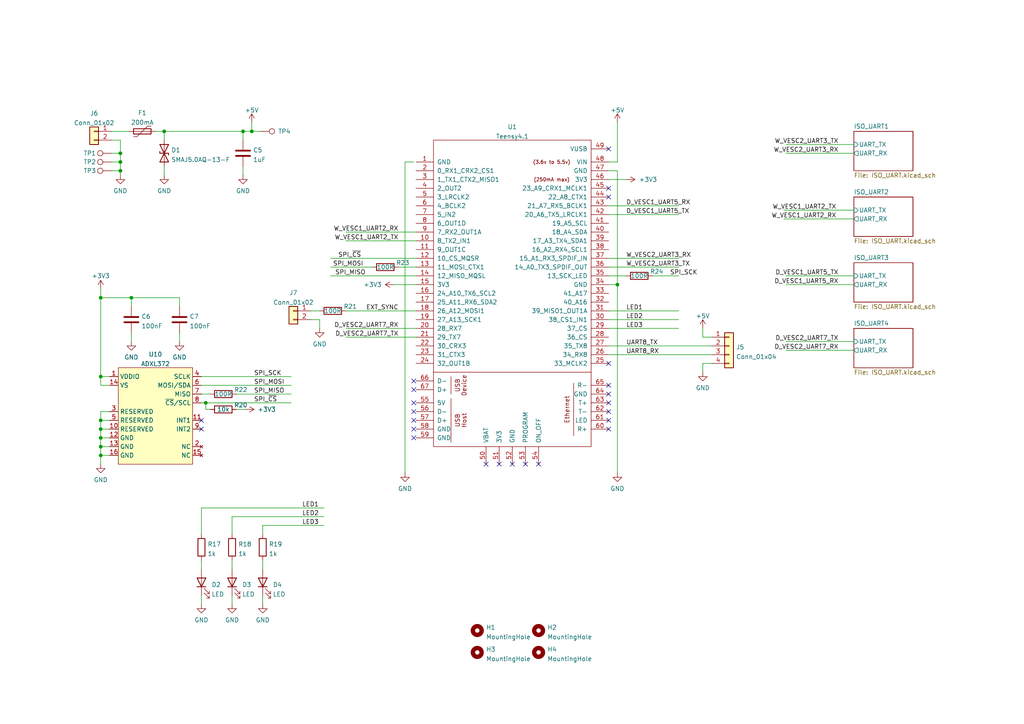
<source format=kicad_sch>
(kicad_sch (version 20211123) (generator eeschema)
  (paper "A4")
  (lib_symbols
    (symbol "Connector:TestPoint" (pin_numbers hide) (pin_names (offset 0.762) hide)
      (property "Reference" "TP" (at 0 6.858 0))
      (property "Value" "TestPoint" (at 0 5.08 0))
      (symbol "TestPoint_0_1"
        (circle (center 0 3.302) (radius 0.762))
      )
      (symbol "TestPoint_1_1"
        (pin passive line (at 0 0 90) (length 2.54) (name "1") (number "1"))
      )
    )
    (symbol "Connector_Generic:Conn_01x02" (pin_names (offset 1.016) hide)
      (property "Reference" "J" (at 0 2.54 0))
      (property "Value" "Conn_01x02" (at 0 -5.08 0))
      (symbol "Conn_01x02_1_1"
        (rectangle (start -1.27 -2.413) (end 0 -2.667) (stroke (width 0.1524)))
        (rectangle (start -1.27 0.127) (end 0 -0.127) (stroke (width 0.1524)))
        (rectangle (start -1.27 1.27) (end 1.27 -3.81) (stroke (width 0.254)) (fill (type background)))
        (pin passive line (at -5.08 0 0) (length 3.81) (name "Pin_1") (number "1"))
        (pin passive line (at -5.08 -2.54 0) (length 3.81) (name "Pin_2") (number "2"))
      )
    )
    (symbol "Connector_Generic:Conn_01x04" (pin_names (offset 1.016) hide)
      (property "Reference" "J" (at 0 5.08 0))
      (property "Value" "Conn_01x04" (at 0 -7.62 0))
      (symbol "Conn_01x04_1_1"
        (rectangle (start -1.27 -4.953) (end 0 -5.207) (stroke (width 0.1524)))
        (rectangle (start -1.27 -2.413) (end 0 -2.667) (stroke (width 0.1524)))
        (rectangle (start -1.27 0.127) (end 0 -0.127) (stroke (width 0.1524)))
        (rectangle (start -1.27 2.667) (end 0 2.413) (stroke (width 0.1524)))
        (rectangle (start -1.27 3.81) (end 1.27 -6.35) (stroke (width 0.254)) (fill (type background)))
        (pin passive line (at -5.08 2.54 0) (length 3.81) (name "Pin_1") (number "1"))
        (pin passive line (at -5.08 0 0) (length 3.81) (name "Pin_2") (number "2"))
        (pin passive line (at -5.08 -2.54 0) (length 3.81) (name "Pin_3") (number "3"))
        (pin passive line (at -5.08 -5.08 0) (length 3.81) (name "Pin_4") (number "4"))
      )
    )
    (symbol "Device:C" (pin_numbers hide) (pin_names (offset 0.254))
      (property "Reference" "C" (at 0.635 2.54 0))
      (property "Value" "C" (at 0.635 -2.54 0))
      (symbol "C_0_1"
        (polyline (pts (xy -2.032 -0.762) (xy 2.032 -0.762)) (stroke (width 0.508)))
        (polyline (pts (xy -2.032 0.762) (xy 2.032 0.762)) (stroke (width 0.508)))
      )
      (symbol "C_1_1"
        (pin passive line (at 0 3.81 270) (length 2.794) (name "~") (number "1"))
        (pin passive line (at 0 -3.81 90) (length 2.794) (name "~") (number "2"))
      )
    )
    (symbol "Device:D_TVS" (pin_numbers hide) (pin_names (offset 1.016) hide)
      (property "Reference" "D" (at 0 2.54 0))
      (property "Value" "D_TVS" (at 0 -2.54 0))
      (symbol "D_TVS_0_1"
        (polyline (pts (xy 1.27 0) (xy -1.27 0)))
        (polyline (pts (xy 0.508 1.27) (xy 0 1.27) (xy 0 -1.27) (xy -0.508 -1.27)) (stroke (width 0.254)))
        (polyline (pts (xy -2.54 1.27) (xy -2.54 -1.27) (xy 2.54 1.27) (xy 2.54 -1.27) (xy -2.54 1.27)) (stroke (width 0.254)))
      )
      (symbol "D_TVS_1_1"
        (pin passive line (at -3.81 0 0) (length 2.54) (name "A1") (number "1"))
        (pin passive line (at 3.81 0 180) (length 2.54) (name "A2") (number "2"))
      )
    )
    (symbol "Device:LED" (pin_numbers hide) (pin_names (offset 1.016) hide)
      (property "Reference" "D" (at 0 2.54 0))
      (property "Value" "LED" (at 0 -2.54 0))
      (symbol "LED_0_1"
        (polyline (pts (xy -1.27 -1.27) (xy -1.27 1.27)) (stroke (width 0.254)))
        (polyline (pts (xy -1.27 0) (xy 1.27 0)))
        (polyline (pts (xy 1.27 -1.27) (xy 1.27 1.27) (xy -1.27 0) (xy 1.27 -1.27)) (stroke (width 0.254)))
        (polyline (pts (xy -3.048 -0.762) (xy -4.572 -2.286) (xy -3.81 -2.286) (xy -4.572 -2.286) (xy -4.572 -1.524)))
        (polyline (pts (xy -1.778 -0.762) (xy -3.302 -2.286) (xy -2.54 -2.286) (xy -3.302 -2.286) (xy -3.302 -1.524)))
      )
      (symbol "LED_1_1"
        (pin passive line (at -3.81 0 0) (length 2.54) (name "K") (number "1"))
        (pin passive line (at 3.81 0 180) (length 2.54) (name "A") (number "2"))
      )
    )
    (symbol "Device:Polyfuse" (pin_numbers hide) (pin_names (offset 0))
      (property "Reference" "F" (at -2.54 0 90))
      (property "Value" "Polyfuse" (at 2.54 0 90))
      (symbol "Polyfuse_0_1"
        (rectangle (start -0.762 2.54) (end 0.762 -2.54) (stroke (width 0.254)))
        (polyline (pts (xy 0 2.54) (xy 0 -2.54)))
        (polyline (pts (xy -1.524 2.54) (xy -1.524 1.524) (xy 1.524 -1.524) (xy 1.524 -2.54)))
      )
      (symbol "Polyfuse_1_1"
        (pin passive line (at 0 3.81 270) (length 1.27) (name "~") (number "1"))
        (pin passive line (at 0 -3.81 90) (length 1.27) (name "~") (number "2"))
      )
    )
    (symbol "Device:R" (pin_numbers hide) (pin_names (offset 0))
      (property "Reference" "R" (at 2.032 0 90))
      (property "Value" "R" (at 0 0 90))
      (symbol "R_0_1"
        (rectangle (start -1.016 -2.54) (end 1.016 2.54) (stroke (width 0.254)))
      )
      (symbol "R_1_1"
        (pin passive line (at 0 3.81 270) (length 1.27) (name "~") (number "1"))
        (pin passive line (at 0 -3.81 90) (length 1.27) (name "~") (number "2"))
      )
    )
    (symbol "Mechanical:MountingHole" (pin_names (offset 1.016))
      (property "Reference" "H" (at 0 5.08 0))
      (property "Value" "MountingHole" (at 0 3.175 0))
      (symbol "MountingHole_0_1"
        (circle (center 0 0) (radius 1.27) (stroke (width 1.27)))
      )
    )
    (symbol "Pinski1_Parts:ADXL372"
      (property "Reference" "U" (at 0 1.27 0))
      (property "Value" "ADXL372" (at 21.59 1.27 0))
      (symbol "ADXL372_0_0"
        (pin power_in line (at 24.13 -2.54 180) (length 2.54) (name "VDDIO") (number "1"))
        (pin unspecified line (at 24.13 -17.78 180) (length 2.54) (name "RESERVED") (number "10"))
        (pin bidirectional line (at -2.54 -15.24 0) (length 2.54) (name "INT1") (number "11"))
        (pin power_in line (at 24.13 -20.32 180) (length 2.54) (name "GND") (number "12"))
        (pin power_in line (at 24.13 -22.86 180) (length 2.54) (name "GND") (number "13"))
        (pin power_in line (at 24.13 -5.08 180) (length 2.54) (name "VS") (number "14"))
        (pin no_connect line (at -2.54 -25.4 0) (length 2.54) (name "NC") (number "15"))
        (pin power_in line (at 24.13 -25.4 180) (length 2.54) (name "GND") (number "16"))
        (pin no_connect line (at -2.54 -22.86 0) (length 2.54) (name "NC") (number "2"))
        (pin unspecified line (at 24.13 -12.7 180) (length 2.54) (name "RESERVED") (number "3"))
        (pin input line (at -2.54 -2.54 0) (length 2.54) (name "SCLK") (number "4"))
        (pin unspecified line (at 24.13 -15.24 180) (length 2.54) (name "RESERVED") (number "5"))
        (pin bidirectional line (at -2.54 -5.08 0) (length 2.54) (name "MOSI/SDA") (number "6"))
        (pin output line (at -2.54 -7.62 0) (length 2.54) (name "MISO") (number "7"))
        (pin bidirectional line (at -2.54 -10.16 0) (length 2.54) (name "~{CS}/SCL") (number "8"))
        (pin bidirectional line (at -2.54 -17.78 0) (length 2.54) (name "INT2") (number "9"))
      )
      (symbol "ADXL372_0_1"
        (rectangle (start 0 -27.94) (end 21.59 0) (stroke (width 0.1524)) (fill (type background)))
      )
    )
    (symbol "power:+3.3V" (power) (pin_names (offset 0))
      (property "Value" "+3.3V" (at 0 3.556 0))
      (symbol "+3.3V_0_1"
        (polyline (pts (xy -0.762 1.27) (xy 0 2.54)))
        (polyline (pts (xy 0 0) (xy 0 2.54)))
        (polyline (pts (xy 0 2.54) (xy 0.762 1.27)))
      )
      (symbol "+3.3V_1_1"
        (pin power_in line (at 0 0 90) (length 0) hide (name "+3V3") (number "1"))
      )
    )
    (symbol "power:+5V" (power) (pin_names (offset 0))
      (property "Value" "+5V" (at 0 3.556 0))
      (symbol "+5V_0_1"
        (polyline (pts (xy -0.762 1.27) (xy 0 2.54)))
        (polyline (pts (xy 0 0) (xy 0 2.54)))
        (polyline (pts (xy 0 2.54) (xy 0.762 1.27)))
      )
      (symbol "+5V_1_1"
        (pin power_in line (at 0 0 90) (length 0) hide (name "+5V") (number "1"))
      )
    )
    (symbol "power:GND" (power) (pin_names (offset 0))
      (property "Value" "GND" (at 0 -3.81 0))
      (symbol "GND_0_1"
        (polyline (pts (xy 0 0) (xy 0 -1.27) (xy 1.27 -1.27) (xy 0 -2.54) (xy -1.27 -1.27) (xy 0 -1.27)))
      )
      (symbol "GND_1_1"
        (pin power_in line (at 0 0 270) (length 0) hide (name "GND") (number "1"))
      )
    )
    (symbol "teensy:Teensy4.1" (pin_names (offset 1.016))
      (property "Reference" "U" (at 0 64.77 0))
      (property "Value" "Teensy4.1" (at 0 62.23 0))
      (symbol "Teensy4.1_0_0"
        (polyline (pts (xy -22.86 -6.35) (xy 22.86 -6.35)))
        (polyline (pts (xy -17.78 -26.67) (xy -17.78 -13.97)))
        (polyline (pts (xy -17.78 -7.62) (xy -17.78 -12.7)))
        (polyline (pts (xy 17.78 -9.525) (xy 17.78 -24.765)))
        (text "(250mA max)" (at 11.43 49.53 0) (effects (font (size 1.016 1.016))))
        (text "(3.6v to 5.5v)" (at 11.43 54.61 0) (effects (font (size 1.016 1.016))))
        (text "Device" (at -13.97 -10.16 900) (effects (font (size 1.27 1.27))))
        (text "Ethernet" (at 15.875 -17.145 900) (effects (font (size 1.27 1.27))))
        (text "Host" (at -13.97 -20.32 900) (effects (font (size 1.27 1.27))))
        (text "USB" (at -15.875 -20.32 900) (effects (font (size 1.27 1.27))))
        (text "USB" (at -15.875 -10.16 900) (effects (font (size 1.27 1.27))))
        (pin bidirectional line (at -27.94 31.75 0) (length 5.08) (name "8_TX2_IN1") (number "10"))
        (pin bidirectional line (at -27.94 29.21 0) (length 5.08) (name "9_OUT1C") (number "11"))
        (pin bidirectional line (at -27.94 26.67 0) (length 5.08) (name "10_CS_MQSR") (number "12"))
        (pin bidirectional line (at -27.94 24.13 0) (length 5.08) (name "11_MOSI_CTX1") (number "13"))
        (pin bidirectional line (at -27.94 21.59 0) (length 5.08) (name "12_MISO_MQSL") (number "14"))
        (pin power_in line (at -27.94 19.05 0) (length 5.08) (name "3V3") (number "15"))
        (pin bidirectional line (at -27.94 16.51 0) (length 5.08) (name "24_A10_TX6_SCL2") (number "16"))
        (pin bidirectional line (at -27.94 13.97 0) (length 5.08) (name "25_A11_RX6_SDA2") (number "17"))
        (pin bidirectional line (at -27.94 11.43 0) (length 5.08) (name "26_A12_MOSI1") (number "18"))
        (pin bidirectional line (at -27.94 8.89 0) (length 5.08) (name "27_A13_SCK1") (number "19"))
        (pin bidirectional line (at -27.94 6.35 0) (length 5.08) (name "28_RX7") (number "20"))
        (pin bidirectional line (at -27.94 3.81 0) (length 5.08) (name "29_TX7") (number "21"))
        (pin bidirectional line (at -27.94 1.27 0) (length 5.08) (name "30_CRX3") (number "22"))
        (pin bidirectional line (at -27.94 -1.27 0) (length 5.08) (name "31_CTX3") (number "23"))
        (pin bidirectional line (at -27.94 -3.81 0) (length 5.08) (name "32_OUT1B") (number "24"))
        (pin bidirectional line (at 27.94 -3.81 180) (length 5.08) (name "33_MCLK2") (number "25"))
        (pin bidirectional line (at 27.94 -1.27 180) (length 5.08) (name "34_RX8") (number "26"))
        (pin bidirectional line (at 27.94 1.27 180) (length 5.08) (name "35_TX8") (number "27"))
        (pin bidirectional line (at 27.94 3.81 180) (length 5.08) (name "36_CS") (number "28"))
        (pin bidirectional line (at 27.94 6.35 180) (length 5.08) (name "37_CS") (number "29"))
        (pin bidirectional line (at 27.94 8.89 180) (length 5.08) (name "38_CS1_IN1") (number "30"))
        (pin bidirectional line (at 27.94 11.43 180) (length 5.08) (name "39_MISO1_OUT1A") (number "31"))
        (pin bidirectional line (at 27.94 13.97 180) (length 5.08) (name "40_A16") (number "32"))
        (pin bidirectional line (at 27.94 16.51 180) (length 5.08) (name "41_A17") (number "33"))
        (pin bidirectional line (at 27.94 21.59 180) (length 5.08) (name "13_SCK_LED") (number "35"))
        (pin bidirectional line (at 27.94 24.13 180) (length 5.08) (name "14_A0_TX3_SPDIF_OUT") (number "36"))
        (pin bidirectional line (at 27.94 26.67 180) (length 5.08) (name "15_A1_RX3_SPDIF_IN") (number "37"))
        (pin bidirectional line (at 27.94 29.21 180) (length 5.08) (name "16_A2_RX4_SCL1") (number "38"))
        (pin bidirectional line (at 27.94 31.75 180) (length 5.08) (name "17_A3_TX4_SDA1") (number "39"))
        (pin bidirectional line (at 27.94 34.29 180) (length 5.08) (name "18_A4_SDA") (number "40"))
        (pin bidirectional line (at 27.94 36.83 180) (length 5.08) (name "19_A5_SCL") (number "41"))
        (pin bidirectional line (at 27.94 39.37 180) (length 5.08) (name "20_A6_TX5_LRCLK1") (number "42"))
        (pin bidirectional line (at 27.94 41.91 180) (length 5.08) (name "21_A7_RX5_BCLK1") (number "43"))
        (pin bidirectional line (at 27.94 44.45 180) (length 5.08) (name "22_A8_CTX1") (number "44"))
        (pin bidirectional line (at 27.94 46.99 180) (length 5.08) (name "23_A9_CRX1_MCLK1") (number "45"))
        (pin output line (at 27.94 49.53 180) (length 5.08) (name "3V3") (number "46"))
        (pin output line (at 27.94 52.07 180) (length 5.08) (name "GND") (number "47"))
        (pin power_in line (at 27.94 54.61 180) (length 5.08) (name "VIN") (number "48"))
        (pin power_out line (at 27.94 58.42 180) (length 5.08) (name "VUSB") (number "49"))
        (pin bidirectional line (at -27.94 44.45 0) (length 5.08) (name "3_LRCLK2") (number "5"))
        (pin power_in line (at -7.62 -33.02 90) (length 5.08) (name "VBAT") (number "50"))
        (pin power_in line (at -3.81 -33.02 90) (length 5.08) (name "3V3") (number "51"))
        (pin input line (at 0 -33.02 90) (length 5.08) (name "GND") (number "52"))
        (pin input line (at 3.81 -33.02 90) (length 5.08) (name "PROGRAM") (number "53"))
        (pin input line (at 7.62 -33.02 90) (length 5.08) (name "ON_OFF") (number "54"))
        (pin power_out line (at -27.94 -15.24 0) (length 5.08) (name "5V") (number "55"))
        (pin bidirectional line (at -27.94 -17.78 0) (length 5.08) (name "D-") (number "56"))
        (pin bidirectional line (at -27.94 -20.32 0) (length 5.08) (name "D+") (number "57"))
        (pin power_in line (at -27.94 -22.86 0) (length 5.08) (name "GND") (number "58"))
        (pin power_in line (at -27.94 -25.4 0) (length 5.08) (name "GND") (number "59"))
        (pin bidirectional line (at -27.94 41.91 0) (length 5.08) (name "4_BCLK2") (number "6"))
        (pin bidirectional line (at 27.94 -22.86 180) (length 5.08) (name "R+") (number "60"))
        (pin bidirectional line (at 27.94 -20.32 180) (length 5.08) (name "LED") (number "61"))
        (pin bidirectional line (at 27.94 -17.78 180) (length 5.08) (name "T-") (number "62"))
        (pin bidirectional line (at 27.94 -15.24 180) (length 5.08) (name "T+") (number "63"))
        (pin power_in line (at 27.94 -12.7 180) (length 5.08) (name "GND") (number "64"))
        (pin bidirectional line (at 27.94 -10.16 180) (length 5.08) (name "R-") (number "65"))
        (pin bidirectional line (at -27.94 -8.89 0) (length 5.08) (name "D-") (number "66"))
        (pin bidirectional line (at -27.94 -11.43 0) (length 5.08) (name "D+") (number "67"))
        (pin bidirectional line (at -27.94 39.37 0) (length 5.08) (name "5_IN2") (number "7"))
        (pin bidirectional line (at -27.94 36.83 0) (length 5.08) (name "6_OUT1D") (number "8"))
        (pin bidirectional line (at -27.94 34.29 0) (length 5.08) (name "7_RX2_OUT1A") (number "9"))
      )
      (symbol "Teensy4.1_0_1"
        (rectangle (start -22.86 60.96) (end 22.86 -27.94))
        (rectangle (start -20.32 -1.27) (end -20.32 -1.27))
      )
      (symbol "Teensy4.1_1_1"
        (pin power_in line (at -27.94 54.61 0) (length 5.08) (name "GND") (number "1"))
        (pin bidirectional line (at -27.94 52.07 0) (length 5.08) (name "0_RX1_CRX2_CS1") (number "2"))
        (pin bidirectional line (at -27.94 49.53 0) (length 5.08) (name "1_TX1_CTX2_MISO1") (number "3"))
        (pin power_in line (at 27.94 19.05 180) (length 5.08) (name "GND") (number "34"))
        (pin bidirectional line (at -27.94 46.99 0) (length 5.08) (name "2_OUT2") (number "4"))
      )
    )
  )
  (junction (at 38.1 86.36))
  (junction (at 29.21 132.08))
  (junction (at 29.21 109.22))
  (junction (at 34.925 44.45))
  (junction (at 179.07 82.55))
  (junction (at 47.625 38.1))
  (junction (at 29.21 86.36))
  (junction (at 29.21 127))
  (junction (at 29.21 121.92))
  (junction (at 29.21 124.46))
  (junction (at 34.925 49.53))
  (junction (at 34.925 46.99))
  (junction (at 70.485 38.1))
  (junction (at 73.025 38.1))
  (junction (at 29.21 129.54))
  (junction (at 59.69 116.84))
  (no_connect (at 176.53 119.38))
  (no_connect (at 176.53 124.46))
  (no_connect (at 176.53 121.92))
  (no_connect (at 140.97 134.62))
  (no_connect (at 156.21 134.62))
  (no_connect (at 152.4 134.62))
  (no_connect (at 148.59 134.62))
  (no_connect (at 144.78 134.62))
  (no_connect (at 120.015 127))
  (no_connect (at 120.015 124.46))
  (no_connect (at 120.015 121.92))
  (no_connect (at 120.015 119.38))
  (no_connect (at 120.015 116.84))
  (no_connect (at 120.015 113.03))
  (no_connect (at 120.015 110.49))
  (no_connect (at 176.53 111.76))
  (no_connect (at 176.53 114.3))
  (no_connect (at 176.53 116.84))
  (no_connect (at 176.53 43.18))
  (no_connect (at 58.42 124.46))
  (no_connect (at 176.53 105.41))
  (no_connect (at 176.53 54.61))
  (no_connect (at 58.42 121.92))
  (no_connect (at 176.53 57.15))
  (wire (pts (xy 34.925 44.45) (xy 34.925 46.99)))
  (wire (pts (xy 247.65 63.5) (xy 227.33 63.5)))
  (wire (pts (xy 38.1 96.52) (xy 38.1 99.06)))
  (wire (pts (xy 227.965 41.91) (xy 247.65 41.91)))
  (wire (pts (xy 206.375 105.41) (xy 203.835 105.41)))
  (wire (pts (xy 176.53 49.53) (xy 179.07 49.53)))
  (wire (pts (xy 29.21 86.36) (xy 38.1 86.36)))
  (wire (pts (xy 29.21 119.38) (xy 29.21 121.92)))
  (wire (pts (xy 68.58 114.3) (xy 84.455 114.3)))
  (wire (pts (xy 59.69 118.745) (xy 59.69 116.84)))
  (wire (pts (xy 73.025 35.56) (xy 73.025 38.1)))
  (wire (pts (xy 76.2 154.94) (xy 76.2 152.4)))
  (wire (pts (xy 60.96 118.745) (xy 59.69 118.745)))
  (wire (pts (xy 76.2 172.72) (xy 76.2 175.26)))
  (wire (pts (xy 100.33 90.17) (xy 120.65 90.17)))
  (wire (pts (xy 59.69 116.84) (xy 84.455 116.84)))
  (wire (pts (xy 176.53 62.23) (xy 196.85 62.23)))
  (wire (pts (xy 117.475 46.99) (xy 117.475 137.16)))
  (wire (pts (xy 70.485 38.1) (xy 70.485 40.64)))
  (wire (pts (xy 247.65 60.96) (xy 227.33 60.96)))
  (wire (pts (xy 29.21 127) (xy 31.75 127)))
  (wire (pts (xy 189.23 80.01) (xy 196.85 80.01)))
  (wire (pts (xy 120.65 97.79) (xy 100.33 97.79)))
  (wire (pts (xy 31.75 121.92) (xy 29.21 121.92)))
  (wire (pts (xy 58.42 162.56) (xy 58.42 165.1)))
  (wire (pts (xy 31.75 132.08) (xy 29.21 132.08)))
  (wire (pts (xy 29.21 129.54) (xy 29.21 132.08)))
  (wire (pts (xy 31.75 124.46) (xy 29.21 124.46)))
  (wire (pts (xy 203.835 95.25) (xy 203.835 97.79)))
  (wire (pts (xy 120.65 67.31) (xy 100.33 67.31)))
  (wire (pts (xy 32.385 44.45) (xy 34.925 44.45)))
  (wire (pts (xy 203.835 105.41) (xy 203.835 107.95)))
  (wire (pts (xy 38.1 86.36) (xy 38.1 88.9)))
  (wire (pts (xy 32.385 40.64) (xy 34.925 40.64)))
  (wire (pts (xy 67.31 172.72) (xy 67.31 175.26)))
  (wire (pts (xy 176.53 46.99) (xy 179.07 46.99)))
  (wire (pts (xy 95.885 77.47) (xy 107.95 77.47)))
  (wire (pts (xy 45.085 38.1) (xy 47.625 38.1)))
  (wire (pts (xy 120.65 95.25) (xy 100.33 95.25)))
  (wire (pts (xy 47.625 38.1) (xy 47.625 40.64)))
  (wire (pts (xy 76.2 152.4) (xy 93.98 152.4)))
  (wire (pts (xy 31.75 119.38) (xy 29.21 119.38)))
  (wire (pts (xy 90.17 92.71) (xy 92.71 92.71)))
  (wire (pts (xy 179.07 82.55) (xy 179.07 137.16)))
  (wire (pts (xy 29.21 86.36) (xy 29.21 109.22)))
  (wire (pts (xy 92.71 92.71) (xy 92.71 95.25)))
  (wire (pts (xy 29.21 121.92) (xy 29.21 124.46)))
  (wire (pts (xy 58.42 111.76) (xy 84.455 111.76)))
  (wire (pts (xy 179.07 35.56) (xy 179.07 46.99)))
  (wire (pts (xy 32.385 46.99) (xy 34.925 46.99)))
  (wire (pts (xy 90.17 90.17) (xy 92.71 90.17)))
  (wire (pts (xy 114.3 82.55) (xy 120.65 82.55)))
  (wire (pts (xy 58.42 172.72) (xy 58.42 175.26)))
  (wire (pts (xy 29.21 127) (xy 29.21 129.54)))
  (wire (pts (xy 31.75 109.22) (xy 29.21 109.22)))
  (wire (pts (xy 29.21 109.22) (xy 29.21 111.76)))
  (wire (pts (xy 70.485 38.1) (xy 73.025 38.1)))
  (wire (pts (xy 71.12 118.745) (xy 68.58 118.745)))
  (wire (pts (xy 34.925 49.53) (xy 34.925 50.8)))
  (wire (pts (xy 176.53 100.33) (xy 206.375 100.33)))
  (wire (pts (xy 32.385 38.1) (xy 37.465 38.1)))
  (wire (pts (xy 95.885 74.93) (xy 120.65 74.93)))
  (wire (pts (xy 76.2 162.56) (xy 76.2 165.1)))
  (wire (pts (xy 93.98 149.86) (xy 67.31 149.86)))
  (wire (pts (xy 58.42 116.84) (xy 59.69 116.84)))
  (wire (pts (xy 52.07 88.9) (xy 52.07 86.36)))
  (wire (pts (xy 176.53 59.69) (xy 196.85 59.69)))
  (wire (pts (xy 115.57 77.47) (xy 120.65 77.47)))
  (wire (pts (xy 34.925 40.64) (xy 34.925 44.45)))
  (wire (pts (xy 247.65 80.01) (xy 227.965 80.01)))
  (wire (pts (xy 31.75 111.76) (xy 29.21 111.76)))
  (wire (pts (xy 32.385 49.53) (xy 34.925 49.53)))
  (wire (pts (xy 176.53 90.17) (xy 196.85 90.17)))
  (wire (pts (xy 67.31 149.86) (xy 67.31 154.94)))
  (wire (pts (xy 52.07 96.52) (xy 52.07 99.06)))
  (wire (pts (xy 38.1 86.36) (xy 52.07 86.36)))
  (wire (pts (xy 176.53 102.87) (xy 206.375 102.87)))
  (wire (pts (xy 247.65 82.55) (xy 227.965 82.55)))
  (wire (pts (xy 47.625 38.1) (xy 70.485 38.1)))
  (wire (pts (xy 67.31 162.56) (xy 67.31 165.1)))
  (wire (pts (xy 120.65 69.85) (xy 100.33 69.85)))
  (wire (pts (xy 58.42 109.22) (xy 84.455 109.22)))
  (wire (pts (xy 176.53 77.47) (xy 196.85 77.47)))
  (wire (pts (xy 179.07 49.53) (xy 179.07 82.55)))
  (wire (pts (xy 29.21 132.08) (xy 29.21 134.62)))
  (wire (pts (xy 29.21 124.46) (xy 29.21 127)))
  (wire (pts (xy 47.625 48.26) (xy 47.625 50.8)))
  (wire (pts (xy 176.53 74.93) (xy 196.85 74.93)))
  (wire (pts (xy 29.21 83.82) (xy 29.21 86.36)))
  (wire (pts (xy 95.885 80.01) (xy 120.65 80.01)))
  (wire (pts (xy 176.53 95.25) (xy 196.85 95.25)))
  (wire (pts (xy 93.98 147.32) (xy 58.42 147.32)))
  (wire (pts (xy 176.53 92.71) (xy 196.85 92.71)))
  (wire (pts (xy 70.485 48.26) (xy 70.485 50.8)))
  (wire (pts (xy 58.42 114.3) (xy 60.96 114.3)))
  (wire (pts (xy 31.75 129.54) (xy 29.21 129.54)))
  (wire (pts (xy 120.015 46.99) (xy 117.475 46.99)))
  (wire (pts (xy 34.925 46.99) (xy 34.925 49.53)))
  (wire (pts (xy 176.53 82.55) (xy 179.07 82.55)))
  (wire (pts (xy 206.375 97.79) (xy 203.835 97.79)))
  (wire (pts (xy 247.65 101.6) (xy 227.965 101.6)))
  (wire (pts (xy 73.025 38.1) (xy 75.565 38.1)))
  (wire (pts (xy 176.53 80.01) (xy 181.61 80.01)))
  (wire (pts (xy 227.965 44.45) (xy 247.65 44.45)))
  (wire (pts (xy 176.53 52.07) (xy 181.61 52.07)))
  (wire (pts (xy 58.42 147.32) (xy 58.42 154.94)))
  (wire (pts (xy 247.65 99.06) (xy 227.965 99.06)))
  (label "LED3" (at 181.61 95.25 0))
  (label "SPI_~{CS}" (at 73.66 116.84 0))
  (label "LED1" (at 87.63 147.32 0))
  (label "EXT_SYNC" (at 115.57 90.17 180))
  (label "D_VESC1_UART5_TX" (at 181.61 62.23 0))
  (label "D_VESC2_UART7_TX" (at 243.205 99.06 180))
  (label "SPI_SCK" (at 73.66 109.22 0))
  (label "SPI_SCK" (at 194.31 80.01 0))
  (label "W_VESC2_UART3_RX" (at 243.205 44.45 180))
  (label "SPI_MOSI" (at 105.41 77.47 180))
  (label "UART8_TX" (at 181.61 100.33 0))
  (label "D_VESC2_UART7_RX" (at 115.57 95.25 180))
  (label "LED2" (at 87.63 149.86 0))
  (label "SPI_~{CS}" (at 104.775 74.93 180))
  (label "D_VESC2_UART7_RX" (at 243.205 101.6 180))
  (label "W_VESC2_UART3_TX" (at 181.61 77.47 0))
  (label "W_VESC1_UART2_RX" (at 115.57 67.31 180))
  (label "LED2" (at 181.61 92.71 0))
  (label "LED1" (at 181.61 90.17 0))
  (label "W_VESC1_UART2_RX" (at 242.57 63.5 180))
  (label "D_VESC1_UART5_RX" (at 243.205 82.55 180))
  (label "W_VESC1_UART2_TX" (at 242.57 60.96 180))
  (label "LED3" (at 87.63 152.4 0))
  (label "W_VESC1_UART2_TX" (at 115.57 69.85 180))
  (label "D_VESC1_UART5_TX" (at 243.205 80.01 180))
  (label "UART8_RX" (at 181.61 102.87 0))
  (label "SPI_MISO" (at 73.6519 114.3 0))
  (label "W_VESC2_UART3_RX" (at 181.61 74.93 0))
  (label "SPI_MOSI" (at 73.66 111.76 0))
  (label "W_VESC2_UART3_TX" (at 243.205 41.91 180))
  (label "SPI_MISO" (at 106.045 80.01 180))
  (label "D_VESC2_UART7_TX" (at 115.57 97.79 180))
  (label "D_VESC1_UART5_RX" (at 181.61 59.69 0))
  (symbol (lib_id "Connector:TestPoint") (at 32.385 46.99 90) (mirror x) (unit 1)
    (property "Reference" "TP2" (at 26.035 46.99 90))
    (property "Value" "TestPoint" (effects hide))
    (property "Footprint" "TestPoint:TestPoint_Pad_D1.0mm" (effects hide))
  )
  (symbol (lib_id "Connector:TestPoint") (at 75.565 38.1 270) (unit 1)
    (property "Reference" "TP4" (at 80.645 38.1 90) (effects (justify left)))
    (property "Value" "TestPoint" (effects hide))
    (property "Footprint" "TestPoint:TestPoint_Pad_D1.0mm" (effects hide))
  )
  (symbol (lib_id "power:GND") (at 47.625 50.8 0) (unit 1)
    (property "Reference" "#PWR014" (effects hide))
    (property "Value" "GND" (at 47.625 55.3625 0))
  )
  (symbol (lib_id "Device:C") (at 38.1 92.71 0) (unit 1)
    (property "Reference" "C6" (at 41.021 91.8015 0) (effects (justify left)))
    (property "Value" "100nF" (at 41.021 94.5766 0) (effects (justify left)))
    (property "Footprint" "Capacitor_SMD:C_0603_1608Metric" (effects hide))
  )
  (symbol (lib_id "power:GND") (at 58.42 175.26 0) (unit 1)
    (property "Reference" "#PWR017" (effects hide))
    (property "Value" "GND" (at 58.42 179.8225 0))
  )
  (symbol (lib_id "Device:R") (at 64.77 118.745 90) (unit 1)
    (property "Reference" "R20" (at 69.85 117.475 90))
    (property "Value" "10k" (at 64.77 118.745 90))
    (property "Footprint" "Resistor_SMD:R_0603_1608Metric" (effects hide))
  )
  (symbol (lib_id "Device:R") (at 58.42 158.75 0) (unit 1)
    (property "Reference" "R17" (at 60.198 157.8415 0) (effects (justify left)))
    (property "Value" "1k" (at 60.198 160.6166 0) (effects (justify left)))
    (property "Footprint" "Resistor_SMD:R_0603_1608Metric" (effects hide))
  )
  (symbol (lib_id "power:GND") (at 67.31 175.26 0) (unit 1)
    (property "Reference" "#PWR018" (effects hide))
    (property "Value" "GND" (at 67.31 179.8225 0))
  )
  (symbol (lib_id "power:GND") (at 70.485 50.8 0) (unit 1)
    (property "Reference" "#PWR015" (effects hide))
    (property "Value" "GND" (at 70.485 55.3625 0))
  )
  (symbol (lib_id "Device:LED") (at 58.42 168.91 90) (unit 1)
    (property "Reference" "D2" (at 61.341 169.589 90) (effects (justify right)))
    (property "Value" "LED" (at 61.341 172.3641 90) (effects (justify right)))
    (property "Footprint" "LED_SMD:LED_0603_1608Metric" (effects hide))
  )
  (symbol (lib_id "Device:LED") (at 67.31 168.91 90) (unit 1)
    (property "Reference" "D3" (at 70.231 169.589 90) (effects (justify right)))
    (property "Value" "LED" (at 70.231 172.3641 90) (effects (justify right)))
    (property "Footprint" "LED_SMD:LED_0603_1608Metric" (effects hide))
  )
  (symbol (lib_id "power:GND") (at 117.475 137.16 0) (unit 1)
    (property "Reference" "#PWR0102" (effects hide))
    (property "Value" "GND" (at 117.475 141.7225 0))
  )
  (symbol (lib_id "Device:R") (at 76.2 158.75 0) (unit 1)
    (property "Reference" "R19" (at 77.978 157.8415 0) (effects (justify left)))
    (property "Value" "1k" (at 77.978 160.6166 0) (effects (justify left)))
    (property "Footprint" "Resistor_SMD:R_0603_1608Metric" (effects hide))
  )
  (symbol (lib_id "Device:R") (at 111.76 77.47 90) (unit 1)
    (property "Reference" "R23" (at 116.84 76.2 90))
    (property "Value" "100R" (at 111.76 77.47 90))
    (property "Footprint" "Resistor_SMD:R_0603_1608Metric" (effects hide))
  )
  (symbol (lib_id "Mechanical:MountingHole") (at 156.21 189.23 0) (unit 1)
    (property "Reference" "H4" (at 158.75 188.3215 0) (effects (justify left)))
    (property "Value" "MountingHole" (at 158.75 191.0966 0) (effects (justify left)))
    (property "Footprint" "MountingHole:MountingHole_3.2mm_M3_Pad_Via" (effects hide))
  )
  (symbol (lib_id "power:GND") (at 29.21 134.62 0) (mirror y) (unit 1)
    (property "Reference" "#PWR023" (effects hide))
    (property "Value" "GND" (at 29.21 139.1825 0))
  )
  (symbol (lib_id "power:GND") (at 203.835 107.95 0) (unit 1)
    (property "Reference" "#PWR0106" (effects hide))
    (property "Value" "GND" (at 203.835 112.5125 0))
  )
  (symbol (lib_id "Mechanical:MountingHole") (at 138.43 182.88 0) (unit 1)
    (property "Reference" "H1" (at 140.97 181.9715 0) (effects (justify left)))
    (property "Value" "MountingHole" (at 140.97 184.7466 0) (effects (justify left)))
    (property "Footprint" "MountingHole:MountingHole_3.2mm_M3_Pad_Via" (effects hide))
  )
  (symbol (lib_id "power:GND") (at 92.71 95.25 0) (unit 1)
    (property "Reference" "#PWR021" (effects hide))
    (property "Value" "GND" (at 92.71 99.8125 0))
  )
  (symbol (lib_id "power:+3.3V") (at 181.61 52.07 270) (unit 1)
    (property "Reference" "#PWR0103" (effects hide))
    (property "Value" "+3.3V" (at 187.96 52.07 90))
  )
  (symbol (lib_id "power:GND") (at 52.07 99.06 0) (mirror y) (unit 1)
    (property "Reference" "#PWR025" (effects hide))
    (property "Value" "GND" (at 52.07 103.6225 0))
  )
  (symbol (lib_id "Device:R") (at 67.31 158.75 0) (unit 1)
    (property "Reference" "R18" (at 69.088 157.8415 0) (effects (justify left)))
    (property "Value" "1k" (at 69.088 160.6166 0) (effects (justify left)))
    (property "Footprint" "Resistor_SMD:R_0603_1608Metric" (effects hide))
  )
  (symbol (lib_id "Device:C") (at 52.07 92.71 0) (unit 1)
    (property "Reference" "C7" (at 54.991 91.8015 0) (effects (justify left)))
    (property "Value" "100nF" (at 54.991 94.5766 0) (effects (justify left)))
    (property "Footprint" "Capacitor_SMD:C_0603_1608Metric" (effects hide))
  )
  (symbol (lib_id "Mechanical:MountingHole") (at 156.21 182.88 0) (unit 1)
    (property "Reference" "H2" (at 158.75 181.9715 0) (effects (justify left)))
    (property "Value" "MountingHole" (at 158.75 184.7466 0) (effects (justify left)))
    (property "Footprint" "MountingHole:MountingHole_3.2mm_M3_Pad_Via" (effects hide))
  )
  (symbol (lib_id "teensy:Teensy4.1") (at 148.59 101.6 0) (unit 1)
    (property "Reference" "U1" (at 148.59 36.8005 0))
    (property "Value" "Teensy4.1" (at 148.59 39.5756 0))
    (property "Footprint" "teensy:Teensy41_DIP" (effects hide))
  )
  (symbol (lib_id "Device:D_TVS") (at 47.625 44.45 270) (unit 1)
    (property "Reference" "D1" (at 49.657 43.5415 90) (effects (justify left)))
    (property "Value" "SMAJ5.0AQ-13-F" (at 49.657 46.3166 90) (effects (justify left)))
    (property "Footprint" "Diode_SMD:D_SMA" (effects hide))
    (property "MFG PN" "SMAJ5.0AQ-13-F" (effects hide))
  )
  (symbol (lib_id "Connector_Generic:Conn_01x02") (at 27.305 38.1 0) (mirror y) (unit 1)
    (property "Reference" "J6" (at 27.305 32.8635 0))
    (property "Value" "Conn_01x02" (at 27.305 35.6386 0))
    (property "Footprint" "Connector_JST:JST_PH_S2B-PH-K_1x02_P2.00mm_Horizontal" (effects hide))
  )
  (symbol (lib_id "power:+5V") (at 179.07 35.56 0) (unit 1)
    (property "Reference" "#PWR0104" (effects hide))
    (property "Value" "+5V" (at 179.07 31.9555 0))
  )
  (symbol (lib_id "Connector_Generic:Conn_01x04") (at 211.455 100.33 0) (unit 1)
    (property "Reference" "J5" (at 213.487 100.6915 0) (effects (justify left)))
    (property "Value" "Conn_01x04" (at 213.487 103.4666 0) (effects (justify left)))
    (property "Footprint" "Connector_JST:JST_PH_B4B-PH-K_1x04_P2.00mm_Vertical" (effects hide))
  )
  (symbol (lib_id "Pinski1_Parts:ADXL372") (at 55.88 106.68 0) (mirror y) (unit 1)
    (property "Reference" "U10" (at 45.085 102.7643 0))
    (property "Value" "ADXL372" (at 45.085 105.5394 0))
    (property "Footprint" "Package_LGA:LGA-16_3x3mm_P0.5mm_LayoutBorder3x5y" (effects hide))
  )
  (symbol (lib_id "Device:Polyfuse") (at 41.275 38.1 270) (unit 1)
    (property "Reference" "F1" (at 41.275 32.7365 90))
    (property "Value" "200mA" (at 41.275 35.5116 90))
    (property "Footprint" "Fuse:Fuse_0603_1608Metric" (effects hide))
    (property "MFG PN" "0603L020YR" (effects hide))
  )
  (symbol (lib_id "Connector_Generic:Conn_01x02") (at 85.09 90.17 0) (mirror y) (unit 1)
    (property "Reference" "J7" (at 85.09 84.9335 0))
    (property "Value" "Conn_01x02" (at 85.09 87.7086 0))
    (property "Footprint" "Connector_JST:JST_PH_S2B-PH-K_1x02_P2.00mm_Horizontal" (effects hide))
  )
  (symbol (lib_id "Device:R") (at 185.42 80.01 90) (unit 1)
    (property "Reference" "R24" (at 190.5 78.74 90))
    (property "Value" "100R" (at 185.42 80.01 90))
    (property "Footprint" "Resistor_SMD:R_0603_1608Metric" (effects hide))
  )
  (symbol (lib_id "power:+3.3V") (at 29.21 83.82 0) (unit 1)
    (property "Reference" "#PWR022" (effects hide))
    (property "Value" "+3.3V" (at 29.21 80.01 0))
  )
  (symbol (lib_id "power:GND") (at 179.07 137.16 0) (unit 1)
    (property "Reference" "#PWR0101" (effects hide))
    (property "Value" "GND" (at 179.07 141.7225 0))
  )
  (symbol (lib_id "Connector:TestPoint") (at 32.385 49.53 90) (mirror x) (unit 1)
    (property "Reference" "TP3" (at 26.035 49.53 90))
    (property "Value" "TestPoint" (effects hide))
    (property "Footprint" "TestPoint:TestPoint_Pad_D1.0mm" (effects hide))
  )
  (symbol (lib_id "power:GND") (at 34.925 50.8 0) (unit 1)
    (property "Reference" "#PWR013" (effects hide))
    (property "Value" "GND" (at 34.925 55.3625 0))
  )
  (symbol (lib_id "Connector:TestPoint") (at 32.385 44.45 90) (mirror x) (unit 1)
    (property "Reference" "TP1" (at 26.035 44.45 90))
    (property "Value" "TestPoint" (effects hide))
    (property "Footprint" "TestPoint:TestPoint_Pad_D1.0mm" (effects hide))
  )
  (symbol (lib_id "Mechanical:MountingHole") (at 138.43 189.23 0) (unit 1)
    (property "Reference" "H3" (at 140.97 188.3215 0) (effects (justify left)))
    (property "Value" "MountingHole" (at 140.97 191.0966 0) (effects (justify left)))
    (property "Footprint" "MountingHole:MountingHole_3.2mm_M3_Pad_Via" (effects hide))
  )
  (symbol (lib_id "power:GND") (at 38.1 99.06 0) (mirror y) (unit 1)
    (property "Reference" "#PWR024" (effects hide))
    (property "Value" "GND" (at 38.1 103.6225 0))
  )
  (symbol (lib_id "power:+5V") (at 73.025 35.56 0) (unit 1)
    (property "Reference" "#PWR016" (effects hide))
    (property "Value" "+5V" (at 73.025 31.9555 0))
  )
  (symbol (lib_id "Device:LED") (at 76.2 168.91 90) (unit 1)
    (property "Reference" "D4" (at 79.121 169.589 90) (effects (justify right)))
    (property "Value" "LED" (at 79.121 172.3641 90) (effects (justify right)))
    (property "Footprint" "LED_SMD:LED_0603_1608Metric" (effects hide))
  )
  (symbol (lib_id "power:+3.3V") (at 71.12 118.745 270) (mirror x) (unit 1)
    (property "Reference" "#PWR020" (effects hide))
    (property "Value" "+3.3V" (at 80.01 118.745 90) (effects (justify right)))
  )
  (symbol (lib_id "Device:R") (at 96.52 90.17 90) (unit 1)
    (property "Reference" "R21" (at 101.6 88.9 90))
    (property "Value" "100R" (at 96.52 90.17 90))
    (property "Footprint" "Resistor_SMD:R_0603_1608Metric" (effects hide))
  )
  (symbol (lib_id "power:+3.3V") (at 114.3 82.55 90) (unit 1)
    (property "Reference" "#PWR0105" (effects hide))
    (property "Value" "+3.3V" (at 105.41 82.55 90) (effects (justify right)))
  )
  (symbol (lib_id "power:+5V") (at 203.835 95.25 0) (unit 1)
    (property "Reference" "#PWR0107" (effects hide))
    (property "Value" "+5V" (at 203.835 91.6455 0))
  )
  (symbol (lib_id "power:GND") (at 76.2 175.26 0) (unit 1)
    (property "Reference" "#PWR019" (effects hide))
    (property "Value" "GND" (at 76.2 179.8225 0))
  )
  (symbol (lib_id "Device:C") (at 70.485 44.45 0) (unit 1)
    (property "Reference" "C5" (at 73.406 43.5415 0) (effects (justify left)))
    (property "Value" "1uF" (at 73.406 46.3166 0) (effects (justify left)))
    (property "Footprint" "Capacitor_SMD:C_0603_1608Metric" (effects hide))
  )
  (symbol (lib_id "Device:R") (at 64.77 114.3 90) (unit 1)
    (property "Reference" "R22" (at 69.85 113.03 90))
    (property "Value" "100R" (at 64.77 114.3 90))
    (property "Footprint" "Resistor_SMD:R_0603_1608Metric" (effects hide))
  )
  (sheet (at 247.65 76.2) (size 17.145 11.43) (stroke (width 0.1524))
    (property "Sheet name" "ISO_UART3" (at 247.65 75.4884 0) (effects (justify left bottom)))
    (property "Sheet file" "ISO_UART.kicad_sch" (at 247.65 88.2146 0) (effects (justify left top)))
    (pin "UART_TX" input (at 247.65 80.01 180))
    (pin "UART_RX" output (at 247.65 82.55 180))
  )
  (sheet (at 247.65 38.1) (size 17.145 11.43) (stroke (width 0.1524))
    (property "Sheet name" "ISO_UART1" (at 247.65 37.3884 0) (effects (justify left bottom)))
    (property "Sheet file" "ISO_UART.kicad_sch" (at 247.65 50.1146 0) (effects (justify left top)))
    (pin "UART_TX" input (at 247.65 41.91 180))
    (pin "UART_RX" output (at 247.65 44.45 180))
  )
  (sheet (at 247.65 57.15) (size 17.145 11.43) (stroke (width 0.1524))
    (property "Sheet name" "ISO_UART2" (at 247.65 56.4384 0) (effects (justify left bottom)))
    (property "Sheet file" "ISO_UART.kicad_sch" (at 247.65 69.1646 0) (effects (justify left top)))
    (pin "UART_TX" input (at 247.65 60.96 180))
    (pin "UART_RX" output (at 247.65 63.5 180))
  )
  (sheet (at 247.65 95.25) (size 17.145 11.43) (stroke (width 0.1524))
    (property "Sheet name" "ISO_UART4" (at 247.65 94.5384 0) (effects (justify left bottom)))
    (property "Sheet file" "ISO_UART.kicad_sch" (at 247.65 107.2646 0) (effects (justify left top)))
    (pin "UART_TX" input (at 247.65 99.06 180))
    (pin "UART_RX" output (at 247.65 101.6 180))
  )
)
</source>
